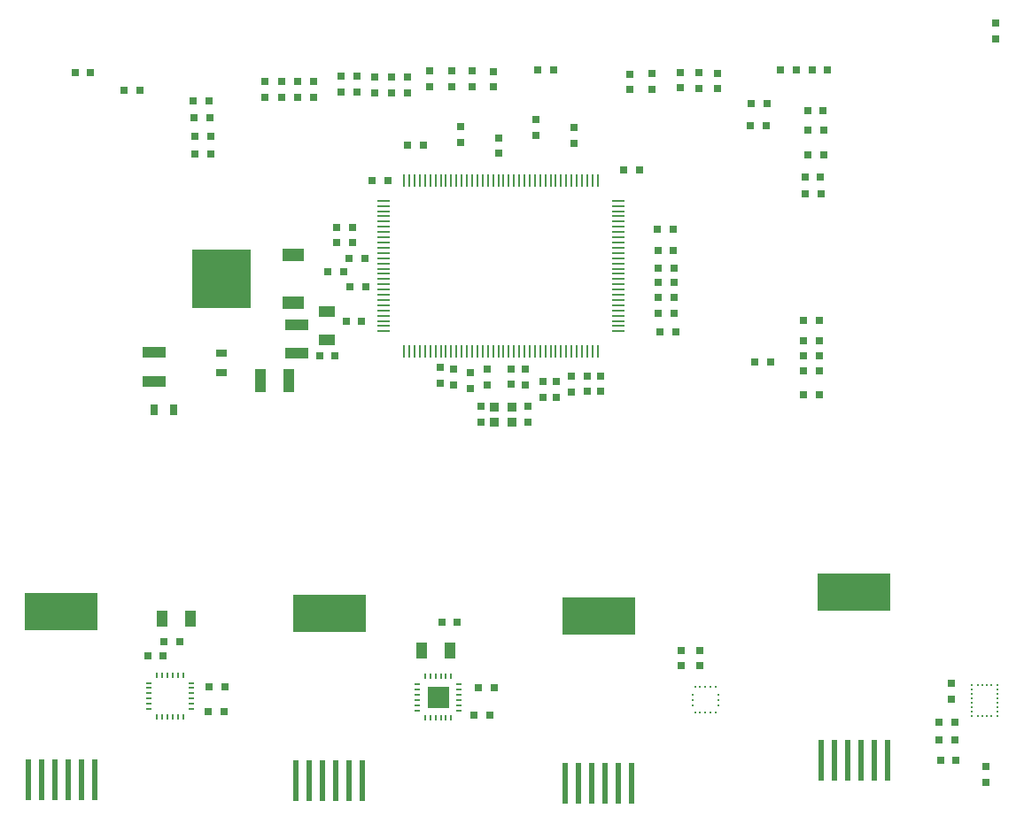
<source format=gtp>
G04 #@! TF.FileFunction,Paste,Top*
%FSLAX46Y46*%
G04 Gerber Fmt 4.6, Leading zero omitted, Abs format (unit mm)*
G04 Created by KiCad (PCBNEW 4.0.6-e0-6349~53~ubuntu16.04.1) date Wed Aug 23 22:00:31 2017*
%MOMM*%
%LPD*%
G01*
G04 APERTURE LIST*
%ADD10C,0.150000*%
%ADD11R,1.117600X0.711200*%
%ADD12R,0.960000X0.880000*%
%ADD13R,0.711200X1.117600*%
%ADD14R,0.224000X1.200000*%
%ADD15R,1.200000X0.224000*%
%ADD16R,1.600000X1.000000*%
%ADD17R,2.000000X1.200000*%
%ADD18R,5.600000X5.600000*%
%ADD19R,0.719328X0.800608*%
%ADD20R,0.720000X0.800000*%
%ADD21R,0.800608X0.719328*%
%ADD22R,0.800000X0.720000*%
%ADD23R,2.160000X1.080000*%
%ADD24R,1.080000X2.160000*%
%ADD25R,0.608000X4.000000*%
%ADD26R,7.040000X3.600000*%
%ADD27O,0.199136X0.640080*%
%ADD28O,0.640080X0.199136*%
%ADD29R,1.000000X1.600000*%
%ADD30R,1.999488X1.999488*%
%ADD31R,0.200000X0.280000*%
%ADD32R,0.280000X0.200000*%
G04 APERTURE END LIST*
D10*
D11*
X108750000Y-100797500D03*
X108750000Y-102702500D03*
D12*
X134890000Y-107430000D03*
X136590000Y-107430000D03*
X134890000Y-106030000D03*
X136590000Y-106030000D03*
D13*
X104252500Y-106250000D03*
X102347500Y-106250000D03*
D14*
X144750000Y-84300000D03*
X144250000Y-84300000D03*
X143750000Y-84300000D03*
X143250000Y-84300000D03*
X142750000Y-84300000D03*
X142250000Y-84300000D03*
X141750000Y-84300000D03*
X141250000Y-84300000D03*
X140750000Y-84300000D03*
X140250000Y-84300000D03*
X139750000Y-84300000D03*
X139250000Y-84300000D03*
X138750000Y-84300000D03*
X138250000Y-84300000D03*
X137750000Y-84300000D03*
X137250000Y-84300000D03*
X136750000Y-84300000D03*
X136250000Y-84300000D03*
X135750000Y-84300000D03*
X135250000Y-84300000D03*
X134750000Y-84300000D03*
X134250000Y-84300000D03*
X133750000Y-84300000D03*
X133250000Y-84300000D03*
X132750000Y-84300000D03*
X132250000Y-84300000D03*
X131750000Y-84300000D03*
X131250000Y-84300000D03*
X130750000Y-84300000D03*
X130250000Y-84300000D03*
X129750000Y-84300000D03*
X129250000Y-84300000D03*
X128750000Y-84300000D03*
X128250000Y-84300000D03*
X127750000Y-84300000D03*
X127250000Y-84300000D03*
X126750000Y-84300000D03*
X126250000Y-84300000D03*
D15*
X124300000Y-86250000D03*
X124300000Y-86750000D03*
X124300000Y-87250000D03*
X124300000Y-87750000D03*
X124300000Y-88250000D03*
X124300000Y-88750000D03*
X124300000Y-89250000D03*
X124300000Y-89750000D03*
X124300000Y-90250000D03*
X124300000Y-90750000D03*
X124300000Y-91250000D03*
X124300000Y-91750000D03*
X124300000Y-92250000D03*
X124300000Y-92750000D03*
X124300000Y-93250000D03*
X124300000Y-93750000D03*
X124300000Y-94250000D03*
X124300000Y-94750000D03*
X124300000Y-95250000D03*
X124300000Y-95750000D03*
X124300000Y-96250000D03*
X124300000Y-96750000D03*
X124300000Y-97250000D03*
X124300000Y-97750000D03*
X124300000Y-98250000D03*
X124300000Y-98750000D03*
D14*
X126250000Y-100700000D03*
X126750000Y-100700000D03*
X127250000Y-100700000D03*
X127750000Y-100700000D03*
X128250000Y-100700000D03*
X128750000Y-100700000D03*
X129250000Y-100700000D03*
X129750000Y-100700000D03*
X130250000Y-100700000D03*
X130750000Y-100700000D03*
X131250000Y-100700000D03*
X131750000Y-100700000D03*
X132250000Y-100700000D03*
X132750000Y-100700000D03*
X133250000Y-100700000D03*
X133750000Y-100700000D03*
X134250000Y-100700000D03*
X134750000Y-100700000D03*
X135250000Y-100700000D03*
X135750000Y-100700000D03*
X136250000Y-100700000D03*
X136750000Y-100700000D03*
X137250000Y-100700000D03*
X137750000Y-100700000D03*
X138250000Y-100700000D03*
X138750000Y-100700000D03*
X139250000Y-100700000D03*
X139750000Y-100700000D03*
X140250000Y-100700000D03*
X140750000Y-100700000D03*
X141250000Y-100700000D03*
X141750000Y-100700000D03*
X142250000Y-100700000D03*
X142750000Y-100700000D03*
X143250000Y-100700000D03*
X143750000Y-100700000D03*
X144250000Y-100700000D03*
X144750000Y-100700000D03*
D15*
X146700000Y-98750000D03*
X146700000Y-98250000D03*
X146700000Y-97750000D03*
X146700000Y-97250000D03*
X146700000Y-96750000D03*
X146700000Y-96250000D03*
X146700000Y-95750000D03*
X146700000Y-95250000D03*
X146700000Y-94750000D03*
X146700000Y-94250000D03*
X146700000Y-93750000D03*
X146700000Y-93250000D03*
X146700000Y-92750000D03*
X146700000Y-92250000D03*
X146700000Y-91750000D03*
X146700000Y-91250000D03*
X146700000Y-90750000D03*
X146700000Y-90250000D03*
X146700000Y-89750000D03*
X146700000Y-89250000D03*
X146700000Y-88750000D03*
X146700000Y-88250000D03*
X146700000Y-87750000D03*
X146700000Y-87250000D03*
X146700000Y-86750000D03*
X146700000Y-86250000D03*
D16*
X118900000Y-96825000D03*
X118900000Y-99575000D03*
D17*
X115650000Y-96000000D03*
X115650000Y-91400000D03*
D18*
X108800000Y-93700000D03*
D19*
X100971840Y-75710000D03*
D20*
X99468160Y-75710000D03*
D19*
X96281840Y-73970000D03*
D20*
X94778160Y-73970000D03*
D21*
X126610000Y-75961840D03*
D22*
X126610000Y-74458160D03*
D19*
X140511840Y-73760000D03*
D20*
X139008160Y-73760000D03*
D21*
X156240000Y-74048160D03*
D22*
X156240000Y-75551840D03*
D19*
X164448160Y-101050000D03*
D20*
X165951840Y-101050000D03*
D21*
X133590000Y-105898160D03*
D22*
X133590000Y-107401840D03*
D21*
X138060000Y-105898160D03*
D22*
X138060000Y-107401840D03*
D19*
X151951840Y-88950000D03*
D20*
X150448160Y-88950000D03*
D21*
X182790000Y-70781840D03*
D22*
X182790000Y-69278160D03*
D19*
X119808160Y-88780000D03*
D20*
X121311840Y-88780000D03*
D19*
X152001840Y-90975000D03*
D20*
X150498160Y-90975000D03*
D19*
X123168160Y-84340000D03*
D20*
X124671840Y-84340000D03*
D19*
X152051840Y-92700000D03*
D20*
X150548160Y-92700000D03*
D19*
X152051840Y-97000000D03*
D20*
X150548160Y-97000000D03*
D21*
X131620000Y-79158160D03*
D22*
X131620000Y-80661840D03*
D21*
X142250000Y-104521840D03*
D22*
X142250000Y-103018160D03*
D21*
X135290000Y-80228160D03*
D22*
X135290000Y-81731840D03*
D21*
X137820000Y-103881840D03*
D22*
X137820000Y-102378160D03*
D21*
X138870000Y-78478160D03*
D22*
X138870000Y-79981840D03*
D21*
X134230000Y-103891840D03*
D22*
X134230000Y-102388160D03*
D21*
X142475000Y-79223160D03*
D22*
X142475000Y-80726840D03*
D21*
X129680000Y-103731840D03*
D22*
X129680000Y-102228160D03*
D19*
X148751840Y-83300000D03*
D20*
X147248160Y-83300000D03*
D19*
X118988160Y-93070000D03*
D20*
X120491840Y-93070000D03*
D19*
X164823160Y-81900000D03*
D20*
X166326840Y-81900000D03*
D19*
X120688160Y-97780000D03*
D20*
X122191840Y-97780000D03*
D19*
X126578160Y-80900000D03*
D20*
X128081840Y-80900000D03*
D19*
X122561840Y-94510000D03*
X121058160Y-94510000D03*
X121311840Y-90210000D03*
X119808160Y-90210000D03*
X150548160Y-94100000D03*
X152051840Y-94100000D03*
X106108160Y-76710000D03*
X107611840Y-76710000D03*
X107671840Y-78310000D03*
X106168160Y-78310000D03*
X106278160Y-81790000D03*
X107781840Y-81790000D03*
X107731840Y-80060000D03*
X106228160Y-80060000D03*
D21*
X117630000Y-74848160D03*
X117630000Y-76351840D03*
X116070000Y-76331840D03*
X116070000Y-74828160D03*
X112900000Y-74828160D03*
X112900000Y-76331840D03*
X114510000Y-76341840D03*
X114510000Y-74838160D03*
X125010000Y-74398160D03*
X125010000Y-75901840D03*
X123410000Y-75901840D03*
X123410000Y-74398160D03*
X120180000Y-74348160D03*
X120180000Y-75851840D03*
X121750000Y-75871840D03*
X121750000Y-74368160D03*
X134760000Y-73888160D03*
X134760000Y-75391840D03*
X132760000Y-75371840D03*
X132760000Y-73868160D03*
X128670000Y-73848160D03*
X128670000Y-75351840D03*
X130770000Y-75371840D03*
X130770000Y-73868160D03*
X154440000Y-74018160D03*
X154440000Y-75521840D03*
X152610000Y-75471840D03*
X152610000Y-73968160D03*
X147830000Y-74128160D03*
X147830000Y-75631840D03*
X149900000Y-75611840D03*
X149900000Y-74108160D03*
D19*
X159348160Y-79050000D03*
X160851840Y-79050000D03*
X160926840Y-76975000D03*
X159423160Y-76975000D03*
X152201840Y-98825000D03*
X150698160Y-98825000D03*
X162198160Y-73750000D03*
X163701840Y-73750000D03*
D21*
X143750000Y-104501840D03*
X143750000Y-102998160D03*
D19*
X166726840Y-73775000D03*
X165223160Y-73775000D03*
D21*
X140830000Y-105071840D03*
X140830000Y-103568160D03*
X145000000Y-104501840D03*
X145000000Y-102998160D03*
X139490000Y-105071840D03*
X139490000Y-103568160D03*
D19*
X120998160Y-91750000D03*
X122501840Y-91750000D03*
D21*
X136450000Y-103821840D03*
X136450000Y-102318160D03*
X132540000Y-104181840D03*
X132540000Y-102678160D03*
X130980000Y-103871840D03*
X130980000Y-102368160D03*
D19*
X164598160Y-85600000D03*
X166101840Y-85600000D03*
X166051840Y-84000000D03*
X164548160Y-84000000D03*
X164798160Y-77650000D03*
X166301840Y-77650000D03*
X166376840Y-79525000D03*
X164873160Y-79525000D03*
X164448160Y-104840000D03*
X165951840Y-104840000D03*
X165951840Y-102500000D03*
X164448160Y-102500000D03*
X164398160Y-97725000D03*
X165901840Y-97725000D03*
X165951840Y-99650000D03*
X164448160Y-99650000D03*
X118158160Y-101130000D03*
X119661840Y-101130000D03*
X152051840Y-95500000D03*
X150548160Y-95500000D03*
X161251840Y-101650000D03*
X159748160Y-101650000D03*
D23*
X102350000Y-100775000D03*
X102350000Y-103525000D03*
D24*
X112485000Y-103460000D03*
X115235000Y-103460000D03*
D23*
X116000000Y-98125000D03*
X116000000Y-100875000D03*
D25*
X90300000Y-141625000D03*
X92840000Y-141625000D03*
X95380000Y-141625000D03*
X94110000Y-141625000D03*
X96650000Y-141625000D03*
X91570000Y-141625000D03*
D26*
X93475000Y-125575000D03*
D27*
X102625320Y-135623980D03*
X103125700Y-135623980D03*
X103626080Y-135623980D03*
X104123920Y-135623980D03*
X104624300Y-135623980D03*
X105124680Y-135623980D03*
D28*
X105873980Y-134874680D03*
X105873980Y-134374300D03*
X105873980Y-133873920D03*
X105873980Y-133376080D03*
X105873980Y-132875700D03*
X105873980Y-132375320D03*
D27*
X105124680Y-131626020D03*
X104624300Y-131626020D03*
X104123920Y-131626020D03*
X103626080Y-131626020D03*
X103125700Y-131626020D03*
X102625320Y-131626020D03*
D28*
X101876020Y-132375320D03*
X101876020Y-132875700D03*
X101876020Y-133376080D03*
X101876020Y-133873920D03*
X101876020Y-134374300D03*
X101876020Y-134874680D03*
D19*
X109026840Y-135125000D03*
D20*
X107523160Y-135125000D03*
D19*
X103226840Y-129825000D03*
D20*
X101723160Y-129825000D03*
D19*
X109126840Y-132725000D03*
D20*
X107623160Y-132725000D03*
D19*
X103323160Y-128425000D03*
D20*
X104826840Y-128425000D03*
D29*
X105850000Y-126225000D03*
X103100000Y-126225000D03*
D25*
X115925000Y-141750000D03*
X118465000Y-141750000D03*
X121005000Y-141750000D03*
X119735000Y-141750000D03*
X122275000Y-141750000D03*
X117195000Y-141750000D03*
D26*
X119100000Y-125700000D03*
D30*
X129500000Y-133750000D03*
D27*
X128250320Y-135748980D03*
X128750700Y-135748980D03*
X129251080Y-135748980D03*
X129748920Y-135748980D03*
X130249300Y-135748980D03*
X130749680Y-135748980D03*
D28*
X131498980Y-134999680D03*
X131498980Y-134499300D03*
X131498980Y-133998920D03*
X131498980Y-133501080D03*
X131498980Y-133000700D03*
X131498980Y-132500320D03*
D27*
X130749680Y-131751020D03*
X130249300Y-131751020D03*
X129748920Y-131751020D03*
X129251080Y-131751020D03*
X128750700Y-131751020D03*
X128250320Y-131751020D03*
D28*
X127501020Y-132500320D03*
X127501020Y-133000700D03*
X127501020Y-133501080D03*
X127501020Y-133998920D03*
X127501020Y-134499300D03*
X127501020Y-134999680D03*
D19*
X129848160Y-126550000D03*
D20*
X131351840Y-126550000D03*
D19*
X134851840Y-132850000D03*
D20*
X133348160Y-132850000D03*
D19*
X134451840Y-135450000D03*
D20*
X132948160Y-135450000D03*
D29*
X130675000Y-129250000D03*
X127925000Y-129250000D03*
D25*
X141675000Y-142000000D03*
X144215000Y-142000000D03*
X146755000Y-142000000D03*
X145485000Y-142000000D03*
X148025000Y-142000000D03*
X142945000Y-142000000D03*
D26*
X144850000Y-125950000D03*
D31*
X156050000Y-132775000D03*
X155550000Y-132775000D03*
D32*
X153825000Y-133500000D03*
D31*
X154050000Y-132775000D03*
X154050000Y-135225000D03*
X156050000Y-135225000D03*
X154550000Y-135225000D03*
D32*
X153825000Y-134500000D03*
D31*
X155050000Y-135225000D03*
X155550000Y-135225000D03*
X154550000Y-132775000D03*
X155050000Y-132775000D03*
D32*
X153825000Y-134000000D03*
X156275000Y-134000000D03*
X156275000Y-133500000D03*
X156275000Y-134500000D03*
D21*
X154500000Y-129248160D03*
D22*
X154500000Y-130751840D03*
D21*
X152750000Y-129248160D03*
D22*
X152750000Y-130751840D03*
D25*
X166075000Y-139750000D03*
X168615000Y-139750000D03*
X171155000Y-139750000D03*
X169885000Y-139750000D03*
X172425000Y-139750000D03*
X167345000Y-139750000D03*
D26*
X169250000Y-123700000D03*
D32*
X180525000Y-132545000D03*
X180500000Y-135555000D03*
X182975000Y-132545000D03*
X182975000Y-135555000D03*
X182975000Y-133835000D03*
X182975000Y-132975000D03*
X182975000Y-133405000D03*
X180525000Y-132975000D03*
D31*
X182395000Y-132575000D03*
X181965000Y-132575000D03*
D32*
X180525000Y-133835000D03*
X180525000Y-133405000D03*
X180500000Y-135125000D03*
D31*
X182395000Y-135525000D03*
X181105000Y-135525000D03*
D32*
X180525000Y-134695000D03*
D31*
X181535000Y-135525000D03*
X181965000Y-135525000D03*
X181105000Y-132575000D03*
X181535000Y-132575000D03*
D32*
X180525000Y-134265000D03*
X182975000Y-134695000D03*
X182975000Y-134265000D03*
X182975000Y-135125000D03*
D21*
X178550000Y-132398160D03*
D22*
X178550000Y-133901840D03*
D19*
X178901840Y-136150000D03*
D20*
X177398160Y-136150000D03*
D19*
X177498160Y-139750000D03*
D20*
X179001840Y-139750000D03*
D21*
X181850000Y-141901840D03*
D22*
X181850000Y-140398160D03*
D19*
X178901840Y-137850000D03*
D20*
X177398160Y-137850000D03*
M02*

</source>
